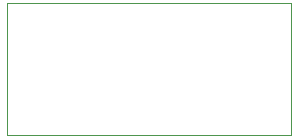
<source format=gbr>
G04 #@! TF.GenerationSoftware,KiCad,Pcbnew,(5.1.9)-1*
G04 #@! TF.CreationDate,2021-04-09T17:17:31+02:00*
G04 #@! TF.ProjectId,Token,546f6b65-6e2e-46b6-9963-61645f706362,rev?*
G04 #@! TF.SameCoordinates,Original*
G04 #@! TF.FileFunction,Profile,NP*
%FSLAX46Y46*%
G04 Gerber Fmt 4.6, Leading zero omitted, Abs format (unit mm)*
G04 Created by KiCad (PCBNEW (5.1.9)-1) date 2021-04-09 17:17:31*
%MOMM*%
%LPD*%
G01*
G04 APERTURE LIST*
G04 #@! TA.AperFunction,Profile*
%ADD10C,0.050000*%
G04 #@! TD*
G04 APERTURE END LIST*
D10*
X161988500Y-47688500D02*
X158115000Y-47688500D01*
X161988500Y-36512500D02*
X161988500Y-47688500D01*
X158115000Y-36512500D02*
X161988500Y-36512500D01*
X137985500Y-36512500D02*
X138049000Y-36512500D01*
X137985500Y-47688500D02*
X137985500Y-36512500D01*
X158115000Y-47688500D02*
X137985500Y-47688500D01*
X138049000Y-36512500D02*
X158115000Y-36512500D01*
M02*

</source>
